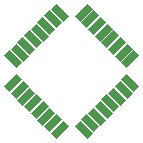
<source format=gbr>
%TF.GenerationSoftware,KiCad,Pcbnew,(6.0.4)*%
%TF.CreationDate,2022-08-04T23:26:19+09:00*%
%TF.ProjectId,ATMega328_breakout,41544d65-6761-4333-9238-5f627265616b,rev?*%
%TF.SameCoordinates,Original*%
%TF.FileFunction,Paste,Top*%
%TF.FilePolarity,Positive*%
%FSLAX46Y46*%
G04 Gerber Fmt 4.6, Leading zero omitted, Abs format (unit mm)*
G04 Created by KiCad (PCBNEW (6.0.4)) date 2022-08-04 23:26:19*
%MOMM*%
%LPD*%
G01*
G04 APERTURE LIST*
G04 Aperture macros list*
%AMRotRect*
0 Rectangle, with rotation*
0 The origin of the aperture is its center*
0 $1 length*
0 $2 width*
0 $3 Rotation angle, in degrees counterclockwise*
0 Add horizontal line*
21,1,$1,$2,0,0,$3*%
G04 Aperture macros list end*
%ADD10RotRect,0.600000X1.475000X135.000000*%
%ADD11RotRect,0.600000X1.475000X45.000000*%
G04 APERTURE END LIST*
D10*
%TO.C,IC1*%
X112923382Y-79116820D03*
X113489068Y-79682505D03*
X114054753Y-80248190D03*
X114620439Y-80813876D03*
X115186124Y-81379561D03*
X115751810Y-81945247D03*
X116317495Y-82510932D03*
X116883180Y-83076618D03*
D11*
X118916820Y-83076618D03*
X119482505Y-82510932D03*
X120048190Y-81945247D03*
X120613876Y-81379561D03*
X121179561Y-80813876D03*
X121745247Y-80248190D03*
X122310932Y-79682505D03*
X122876618Y-79116820D03*
D10*
X122876618Y-77083180D03*
X122310932Y-76517495D03*
X121745247Y-75951810D03*
X121179561Y-75386124D03*
X120613876Y-74820439D03*
X120048190Y-74254753D03*
X119482505Y-73689068D03*
X118916820Y-73123382D03*
D11*
X116883180Y-73123382D03*
X116317495Y-73689068D03*
X115751810Y-74254753D03*
X115186124Y-74820439D03*
X114620439Y-75386124D03*
X114054753Y-75951810D03*
X113489068Y-76517495D03*
X112923382Y-77083180D03*
%TD*%
M02*

</source>
